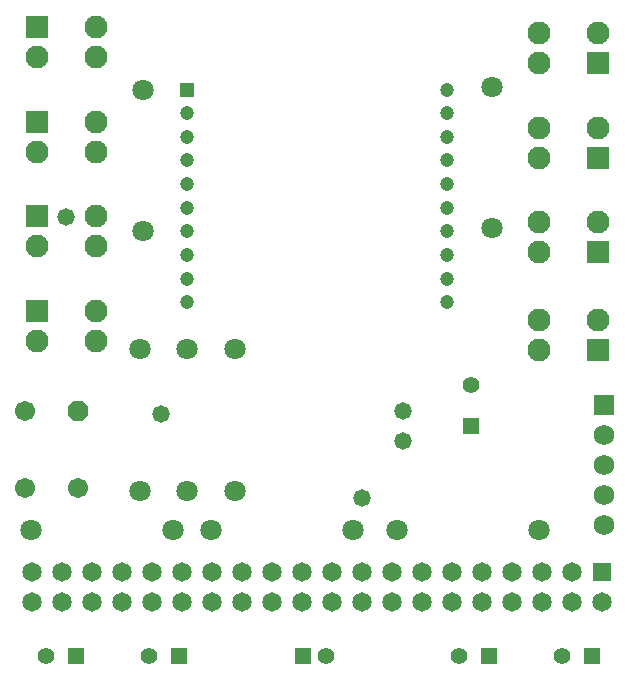
<source format=gbs>
%FSLAX44Y44*%
%MOMM*%
G71*
G01*
G75*
G04 Layer_Color=16711935*
%ADD10R,0.9000X0.9500*%
%ADD11R,0.9000X0.9500*%
%ADD12R,5.5000X6.9000*%
%ADD13R,0.9500X1.9000*%
%ADD14C,0.2540*%
%ADD15R,1.2000X1.2000*%
%ADD16C,1.2000*%
%ADD17C,1.5240*%
%ADD18R,1.5240X1.5240*%
%ADD19C,1.6000*%
%ADD20R,1.6500X1.6500*%
%ADD21C,1.6500*%
%ADD22R,1.2000X1.2000*%
%ADD23C,1.0000*%
%ADD24R,1.0000X1.0000*%
%ADD25C,1.7500*%
%ADD26R,1.7500X1.7500*%
%ADD27C,1.5000*%
%ADD28P,1.6236X8X112.5*%
%ADD29C,1.2700*%
%ADD30C,0.2500*%
%ADD31C,0.2000*%
%ADD32R,19.0754X0.2794*%
%ADD33R,1.9558X0.0254*%
%ADD34R,1.1430X0.0254*%
%ADD35R,3.9116X0.0254*%
%ADD36R,1.9812X0.0254*%
%ADD37R,1.1684X0.0254*%
%ADD38R,3.9624X0.0254*%
%ADD39R,2.0066X0.1270*%
%ADD40R,1.2192X0.1270*%
%ADD41R,4.0132X0.0254*%
%ADD42R,4.1148X0.0254*%
%ADD43R,4.1402X0.0254*%
%ADD44R,4.2164X0.0254*%
%ADD45R,4.2418X0.0508*%
%ADD46R,1.2192X0.0254*%
%ADD47R,0.2032X0.0254*%
%ADD48R,0.2540X0.0254*%
%ADD49R,0.3556X0.0254*%
%ADD50R,0.2032X0.3048*%
%ADD51R,0.4318X0.0254*%
%ADD52R,0.2286X0.0254*%
%ADD53R,0.1778X0.0254*%
%ADD54R,0.2286X0.0508*%
%ADD55R,0.4064X0.0254*%
%ADD56R,0.2794X0.0254*%
%ADD57R,0.2032X0.1524*%
%ADD58R,0.2540X0.0508*%
%ADD59R,0.3556X0.0508*%
%ADD60R,0.3048X0.0254*%
%ADD61R,0.2794X0.0508*%
%ADD62R,0.3302X0.0508*%
%ADD63R,0.3302X0.0254*%
%ADD64R,0.2032X0.5334*%
%ADD65R,0.2286X0.0762*%
%ADD66R,0.2286X0.1270*%
%ADD67R,0.3048X0.0508*%
%ADD68R,1.6002X0.0254*%
%ADD69R,1.6256X0.0254*%
%ADD70R,0.2540X0.0762*%
%ADD71R,1.7018X0.0254*%
%ADD72R,1.8034X0.0508*%
%ADD73R,1.8288X0.0254*%
%ADD74R,0.2032X0.0508*%
%ADD75R,1.8796X0.0254*%
%ADD76R,1.9050X0.0508*%
%ADD77R,0.2032X0.1016*%
%ADD78R,0.2032X0.1778*%
%ADD79R,0.2286X0.1016*%
%ADD80R,2.8194X0.0254*%
%ADD81R,2.7940X0.0254*%
%ADD82R,0.2032X0.1270*%
%ADD83R,2.8448X0.0254*%
%ADD84R,0.2032X0.0762*%
%ADD85R,3.0988X0.0254*%
%ADD86R,3.0226X0.0254*%
%ADD87R,3.1750X0.0254*%
%ADD88R,3.2258X0.0254*%
%ADD89R,3.1496X0.0254*%
%ADD90R,0.5334X0.0254*%
%ADD91R,3.4036X0.0254*%
%ADD92R,3.3782X0.0508*%
%ADD93R,0.5080X0.0254*%
%ADD94R,3.4290X0.0254*%
%ADD95R,0.4572X0.0254*%
%ADD96R,3.4798X0.0254*%
%ADD97R,0.5588X0.0508*%
%ADD98R,0.3810X0.0254*%
%ADD99R,0.4826X0.0254*%
%ADD100R,1.4478X0.0508*%
%ADD101R,1.4732X0.0254*%
%ADD102R,1.4986X0.0254*%
%ADD103R,1.5494X0.0254*%
%ADD104R,1.6002X0.0508*%
%ADD105R,1.6256X0.0508*%
%ADD106R,1.6764X0.0762*%
%ADD107R,1.6510X0.0254*%
%ADD108R,1.7018X0.0508*%
%ADD109R,1.9050X0.0254*%
%ADD110R,1.9304X0.0508*%
%ADD111R,0.2794X0.1016*%
%ADD112R,1.8034X0.0254*%
%ADD113R,0.2794X0.0762*%
%ADD114R,1.7780X0.0254*%
%ADD115R,1.7526X0.0254*%
%ADD116R,1.5240X0.0254*%
%ADD117R,0.2032X0.2032*%
%ADD118R,0.8382X0.0254*%
%ADD119R,0.8128X0.0254*%
%ADD120R,0.8890X0.0254*%
%ADD121R,0.9652X0.0254*%
%ADD122R,0.9398X0.0254*%
%ADD123R,0.8636X0.0254*%
%ADD124R,0.9144X0.0254*%
%ADD125R,0.2540X0.1016*%
%ADD126R,0.4318X0.0508*%
%ADD127R,1.8288X0.0508*%
%ADD128R,1.8796X0.0762*%
%ADD129R,0.2286X0.3810*%
%ADD130R,1.4478X0.0254*%
%ADD131R,1.6764X0.1778*%
%ADD132R,1.6764X0.0254*%
%ADD133R,1.6510X0.0762*%
%ADD134R,1.5748X0.0254*%
%ADD135R,0.0254X0.0254*%
%ADD136R,0.0508X0.0254*%
%ADD137R,0.1270X0.0254*%
%ADD138R,0.1524X0.0254*%
%ADD139R,2.5146X0.0254*%
%ADD140R,0.5334X0.0508*%
%ADD141R,2.8702X0.0254*%
%ADD142R,2.8956X0.0254*%
%ADD143R,2.9210X0.1016*%
%ADD144R,2.8956X0.0508*%
%ADD145R,2.9210X0.0254*%
%ADD146R,2.8194X0.0508*%
%ADD147R,2.8448X0.0508*%
%ADD148R,0.2286X0.5842*%
%ADD149R,0.2032X0.4318*%
%ADD150R,1.9558X0.0508*%
%ADD151R,0.3810X0.0508*%
%ADD152R,2.7686X0.0254*%
%ADD153R,2.7432X0.0254*%
%ADD154R,2.4384X0.0254*%
%ADD155R,2.6670X0.0254*%
%ADD156R,0.2032X0.3302*%
%ADD157R,2.3876X0.0254*%
%ADD158R,2.6416X0.0254*%
%ADD159R,1.2446X0.0508*%
%ADD160R,6.2738X0.0254*%
%ADD161R,3.7338X0.0254*%
%ADD162R,3.7592X0.0254*%
%ADD163R,6.2484X0.0254*%
%ADD164R,3.7084X0.0254*%
%ADD165R,1.2446X0.1016*%
%ADD166R,6.1976X0.0254*%
%ADD167R,3.6322X0.0254*%
%ADD168R,3.6830X0.0254*%
%ADD169R,6.1722X0.0254*%
%ADD170R,3.6068X0.0254*%
%ADD171R,3.6068X0.0508*%
%ADD172R,6.1468X0.0254*%
%ADD173R,3.5814X0.0254*%
%ADD174R,6.0198X0.0254*%
%ADD175R,3.4544X0.0508*%
%ADD176R,5.9944X0.0254*%
%ADD177R,3.4544X0.0254*%
%ADD178R,5.9182X0.0254*%
%ADD179R,3.3782X0.0254*%
%ADD180R,18.9738X0.0254*%
%ADD181R,19.0754X0.3302*%
%ADD182R,1.1032X1.1532*%
%ADD183R,1.1032X1.1532*%
%ADD184R,5.7032X7.1032*%
%ADD185R,1.1532X2.1032*%
%ADD186R,1.4032X1.4032*%
%ADD187C,1.4032*%
%ADD188C,1.7272*%
%ADD189R,1.7272X1.7272*%
%ADD190C,1.8032*%
%ADD191R,1.4032X1.4032*%
%ADD192C,1.2032*%
%ADD193R,1.2032X1.2032*%
%ADD194C,1.9532*%
%ADD195R,1.9532X1.9532*%
%ADD196C,1.7032*%
%ADD197P,1.8435X8X112.5*%
%ADD198C,1.4732*%
D20*
X521300Y98700D02*
D03*
D21*
Y73300D02*
D03*
X495900D02*
D03*
Y98700D02*
D03*
X470500Y73300D02*
D03*
Y98700D02*
D03*
X445100Y73300D02*
D03*
Y98700D02*
D03*
X419700Y73300D02*
D03*
Y98700D02*
D03*
X394300Y73300D02*
D03*
Y98700D02*
D03*
X368900Y73300D02*
D03*
Y98700D02*
D03*
X343500Y73300D02*
D03*
Y98700D02*
D03*
X318100Y73300D02*
D03*
Y98700D02*
D03*
X292700Y73300D02*
D03*
Y98700D02*
D03*
X267300Y73300D02*
D03*
Y98700D02*
D03*
X241900Y73300D02*
D03*
Y98700D02*
D03*
X216500Y73300D02*
D03*
Y98700D02*
D03*
X191100Y73300D02*
D03*
Y98700D02*
D03*
X165700Y73300D02*
D03*
Y98700D02*
D03*
X140300Y73300D02*
D03*
Y98700D02*
D03*
X114900Y73300D02*
D03*
Y98700D02*
D03*
X89500Y73300D02*
D03*
Y98700D02*
D03*
X64100Y73300D02*
D03*
Y98700D02*
D03*
X38700Y73300D02*
D03*
Y98700D02*
D03*
D186*
X512900Y27500D02*
D03*
X425400D02*
D03*
X162900D02*
D03*
X75400D02*
D03*
X267500D02*
D03*
D187*
X487500D02*
D03*
X400000D02*
D03*
X137500D02*
D03*
X50000D02*
D03*
X410000Y257500D02*
D03*
X287500Y27500D02*
D03*
D188*
X522500Y139200D02*
D03*
Y164600D02*
D03*
Y190000D02*
D03*
Y215400D02*
D03*
D189*
Y240800D02*
D03*
D190*
X130000Y167500D02*
D03*
Y287500D02*
D03*
X170000Y167500D02*
D03*
Y287500D02*
D03*
X210000D02*
D03*
Y167500D02*
D03*
X467500Y135000D02*
D03*
X347500D02*
D03*
X310000D02*
D03*
X190000D02*
D03*
X157500D02*
D03*
X37500D02*
D03*
X132500Y387500D02*
D03*
Y507500D02*
D03*
X427500Y390000D02*
D03*
Y510000D02*
D03*
D191*
X410000Y222500D02*
D03*
D192*
X390000Y507500D02*
D03*
Y487500D02*
D03*
Y467500D02*
D03*
Y447500D02*
D03*
Y427500D02*
D03*
Y407500D02*
D03*
Y387500D02*
D03*
Y367500D02*
D03*
Y347500D02*
D03*
Y327500D02*
D03*
X170000Y487500D02*
D03*
Y467500D02*
D03*
Y447500D02*
D03*
Y427500D02*
D03*
Y407500D02*
D03*
Y387500D02*
D03*
Y367500D02*
D03*
Y347500D02*
D03*
Y327500D02*
D03*
D193*
Y507500D02*
D03*
D194*
X42500Y294800D02*
D03*
X92500D02*
D03*
Y320200D02*
D03*
X42500Y374800D02*
D03*
X92500D02*
D03*
Y400200D02*
D03*
X42500Y454800D02*
D03*
X92500D02*
D03*
Y480200D02*
D03*
X42500Y534800D02*
D03*
X92500D02*
D03*
Y560200D02*
D03*
X517500Y312700D02*
D03*
X467500D02*
D03*
Y287300D02*
D03*
X517500Y395200D02*
D03*
X467500D02*
D03*
Y369800D02*
D03*
X517500Y475200D02*
D03*
X467500D02*
D03*
Y449800D02*
D03*
X517500Y555200D02*
D03*
X467500D02*
D03*
Y529800D02*
D03*
D195*
X42500Y320200D02*
D03*
Y400200D02*
D03*
Y480200D02*
D03*
Y560200D02*
D03*
X517500Y287300D02*
D03*
Y369800D02*
D03*
Y449800D02*
D03*
Y529800D02*
D03*
D196*
X32500Y170000D02*
D03*
X77500D02*
D03*
X32500Y235000D02*
D03*
D197*
X77500D02*
D03*
D198*
X352500Y235000D02*
D03*
X147500Y232500D02*
D03*
X67500Y399999D02*
D03*
X317500Y162000D02*
D03*
X352500Y210000D02*
D03*
M02*

</source>
